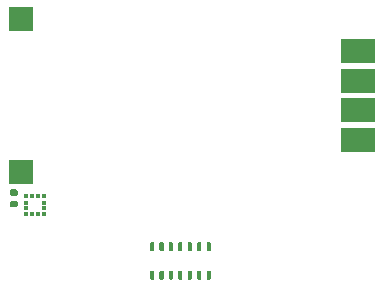
<source format=gbr>
%TF.GenerationSoftware,KiCad,Pcbnew,(6.0.0-rc1-dev-1546-g786ee0e)*%
%TF.CreationDate,2021-05-18T14:47:41-07:00*%
%TF.ProjectId,MainBoard,4d61696e-426f-4617-9264-2e6b69636164,rev?*%
%TF.SameCoordinates,Original*%
%TF.FileFunction,Paste,Bot*%
%TF.FilePolarity,Positive*%
%FSLAX46Y46*%
G04 Gerber Fmt 4.6, Leading zero omitted, Abs format (unit mm)*
G04 Created by KiCad (PCBNEW (6.0.0-rc1-dev-1546-g786ee0e)) date Tue 18 May 2021 02:47:41 PM PDT*
%MOMM*%
%LPD*%
G04 APERTURE LIST*
%ADD10R,0.375000X0.350000*%
%ADD11R,0.350000X0.375000*%
%ADD12C,0.100000*%
%ADD13C,0.560000*%
%ADD14C,0.350000*%
%ADD15R,3.000000X2.000000*%
%ADD16R,2.000000X2.000000*%
G04 APERTURE END LIST*
D10*
%TO.C,U3*%
X121962500Y-48050000D03*
X121962500Y-47550000D03*
X120437500Y-47550000D03*
X120437500Y-48050000D03*
D11*
X121950000Y-47037500D03*
X121950000Y-48562500D03*
X120450000Y-47037500D03*
X120450000Y-48562500D03*
X120950000Y-47037500D03*
X121450000Y-47037500D03*
X120950000Y-48562500D03*
X121450000Y-48562500D03*
%TD*%
D12*
%TO.C,C4*%
G36*
X119583722Y-47400674D02*
G01*
X119597313Y-47402690D01*
X119610640Y-47406028D01*
X119623576Y-47410657D01*
X119635996Y-47416531D01*
X119647780Y-47423594D01*
X119658815Y-47431779D01*
X119668995Y-47441005D01*
X119678221Y-47451185D01*
X119686406Y-47462220D01*
X119693469Y-47474004D01*
X119699343Y-47486424D01*
X119703972Y-47499360D01*
X119707310Y-47512687D01*
X119709326Y-47526278D01*
X119710000Y-47540000D01*
X119710000Y-47820000D01*
X119709326Y-47833722D01*
X119707310Y-47847313D01*
X119703972Y-47860640D01*
X119699343Y-47873576D01*
X119693469Y-47885996D01*
X119686406Y-47897780D01*
X119678221Y-47908815D01*
X119668995Y-47918995D01*
X119658815Y-47928221D01*
X119647780Y-47936406D01*
X119635996Y-47943469D01*
X119623576Y-47949343D01*
X119610640Y-47953972D01*
X119597313Y-47957310D01*
X119583722Y-47959326D01*
X119570000Y-47960000D01*
X119230000Y-47960000D01*
X119216278Y-47959326D01*
X119202687Y-47957310D01*
X119189360Y-47953972D01*
X119176424Y-47949343D01*
X119164004Y-47943469D01*
X119152220Y-47936406D01*
X119141185Y-47928221D01*
X119131005Y-47918995D01*
X119121779Y-47908815D01*
X119113594Y-47897780D01*
X119106531Y-47885996D01*
X119100657Y-47873576D01*
X119096028Y-47860640D01*
X119092690Y-47847313D01*
X119090674Y-47833722D01*
X119090000Y-47820000D01*
X119090000Y-47540000D01*
X119090674Y-47526278D01*
X119092690Y-47512687D01*
X119096028Y-47499360D01*
X119100657Y-47486424D01*
X119106531Y-47474004D01*
X119113594Y-47462220D01*
X119121779Y-47451185D01*
X119131005Y-47441005D01*
X119141185Y-47431779D01*
X119152220Y-47423594D01*
X119164004Y-47416531D01*
X119176424Y-47410657D01*
X119189360Y-47406028D01*
X119202687Y-47402690D01*
X119216278Y-47400674D01*
X119230000Y-47400000D01*
X119570000Y-47400000D01*
X119583722Y-47400674D01*
X119583722Y-47400674D01*
G37*
D13*
X119400000Y-47680000D03*
D12*
G36*
X119583722Y-46440674D02*
G01*
X119597313Y-46442690D01*
X119610640Y-46446028D01*
X119623576Y-46450657D01*
X119635996Y-46456531D01*
X119647780Y-46463594D01*
X119658815Y-46471779D01*
X119668995Y-46481005D01*
X119678221Y-46491185D01*
X119686406Y-46502220D01*
X119693469Y-46514004D01*
X119699343Y-46526424D01*
X119703972Y-46539360D01*
X119707310Y-46552687D01*
X119709326Y-46566278D01*
X119710000Y-46580000D01*
X119710000Y-46860000D01*
X119709326Y-46873722D01*
X119707310Y-46887313D01*
X119703972Y-46900640D01*
X119699343Y-46913576D01*
X119693469Y-46925996D01*
X119686406Y-46937780D01*
X119678221Y-46948815D01*
X119668995Y-46958995D01*
X119658815Y-46968221D01*
X119647780Y-46976406D01*
X119635996Y-46983469D01*
X119623576Y-46989343D01*
X119610640Y-46993972D01*
X119597313Y-46997310D01*
X119583722Y-46999326D01*
X119570000Y-47000000D01*
X119230000Y-47000000D01*
X119216278Y-46999326D01*
X119202687Y-46997310D01*
X119189360Y-46993972D01*
X119176424Y-46989343D01*
X119164004Y-46983469D01*
X119152220Y-46976406D01*
X119141185Y-46968221D01*
X119131005Y-46958995D01*
X119121779Y-46948815D01*
X119113594Y-46937780D01*
X119106531Y-46925996D01*
X119100657Y-46913576D01*
X119096028Y-46900640D01*
X119092690Y-46887313D01*
X119090674Y-46873722D01*
X119090000Y-46860000D01*
X119090000Y-46580000D01*
X119090674Y-46566278D01*
X119092690Y-46552687D01*
X119096028Y-46539360D01*
X119100657Y-46526424D01*
X119106531Y-46514004D01*
X119113594Y-46502220D01*
X119121779Y-46491185D01*
X119131005Y-46481005D01*
X119141185Y-46471779D01*
X119152220Y-46463594D01*
X119164004Y-46456531D01*
X119176424Y-46450657D01*
X119189360Y-46446028D01*
X119202687Y-46442690D01*
X119216278Y-46440674D01*
X119230000Y-46440000D01*
X119570000Y-46440000D01*
X119583722Y-46440674D01*
X119583722Y-46440674D01*
G37*
D13*
X119400000Y-46720000D03*
%TD*%
D12*
%TO.C,IC1*%
G36*
X135996076Y-50925421D02*
G01*
X136004570Y-50926681D01*
X136012900Y-50928768D01*
X136020985Y-50931661D01*
X136028747Y-50935332D01*
X136036112Y-50939746D01*
X136043009Y-50944862D01*
X136049372Y-50950628D01*
X136055138Y-50956991D01*
X136060254Y-50963888D01*
X136064668Y-50971253D01*
X136068339Y-50979015D01*
X136071232Y-50987100D01*
X136073319Y-50995430D01*
X136074579Y-51003924D01*
X136075000Y-51012500D01*
X136075000Y-51587500D01*
X136074579Y-51596076D01*
X136073319Y-51604570D01*
X136071232Y-51612900D01*
X136068339Y-51620985D01*
X136064668Y-51628747D01*
X136060254Y-51636112D01*
X136055138Y-51643009D01*
X136049372Y-51649372D01*
X136043009Y-51655138D01*
X136036112Y-51660254D01*
X136028747Y-51664668D01*
X136020985Y-51668339D01*
X136012900Y-51671232D01*
X136004570Y-51673319D01*
X135996076Y-51674579D01*
X135987500Y-51675000D01*
X135812500Y-51675000D01*
X135803924Y-51674579D01*
X135795430Y-51673319D01*
X135787100Y-51671232D01*
X135779015Y-51668339D01*
X135771253Y-51664668D01*
X135763888Y-51660254D01*
X135756991Y-51655138D01*
X135750628Y-51649372D01*
X135744862Y-51643009D01*
X135739746Y-51636112D01*
X135735332Y-51628747D01*
X135731661Y-51620985D01*
X135728768Y-51612900D01*
X135726681Y-51604570D01*
X135725421Y-51596076D01*
X135725000Y-51587500D01*
X135725000Y-51012500D01*
X135725421Y-51003924D01*
X135726681Y-50995430D01*
X135728768Y-50987100D01*
X135731661Y-50979015D01*
X135735332Y-50971253D01*
X135739746Y-50963888D01*
X135744862Y-50956991D01*
X135750628Y-50950628D01*
X135756991Y-50944862D01*
X135763888Y-50939746D01*
X135771253Y-50935332D01*
X135779015Y-50931661D01*
X135787100Y-50928768D01*
X135795430Y-50926681D01*
X135803924Y-50925421D01*
X135812500Y-50925000D01*
X135987500Y-50925000D01*
X135996076Y-50925421D01*
X135996076Y-50925421D01*
G37*
D14*
X135900000Y-51300000D03*
D12*
G36*
X135196076Y-50925421D02*
G01*
X135204570Y-50926681D01*
X135212900Y-50928768D01*
X135220985Y-50931661D01*
X135228747Y-50935332D01*
X135236112Y-50939746D01*
X135243009Y-50944862D01*
X135249372Y-50950628D01*
X135255138Y-50956991D01*
X135260254Y-50963888D01*
X135264668Y-50971253D01*
X135268339Y-50979015D01*
X135271232Y-50987100D01*
X135273319Y-50995430D01*
X135274579Y-51003924D01*
X135275000Y-51012500D01*
X135275000Y-51587500D01*
X135274579Y-51596076D01*
X135273319Y-51604570D01*
X135271232Y-51612900D01*
X135268339Y-51620985D01*
X135264668Y-51628747D01*
X135260254Y-51636112D01*
X135255138Y-51643009D01*
X135249372Y-51649372D01*
X135243009Y-51655138D01*
X135236112Y-51660254D01*
X135228747Y-51664668D01*
X135220985Y-51668339D01*
X135212900Y-51671232D01*
X135204570Y-51673319D01*
X135196076Y-51674579D01*
X135187500Y-51675000D01*
X135012500Y-51675000D01*
X135003924Y-51674579D01*
X134995430Y-51673319D01*
X134987100Y-51671232D01*
X134979015Y-51668339D01*
X134971253Y-51664668D01*
X134963888Y-51660254D01*
X134956991Y-51655138D01*
X134950628Y-51649372D01*
X134944862Y-51643009D01*
X134939746Y-51636112D01*
X134935332Y-51628747D01*
X134931661Y-51620985D01*
X134928768Y-51612900D01*
X134926681Y-51604570D01*
X134925421Y-51596076D01*
X134925000Y-51587500D01*
X134925000Y-51012500D01*
X134925421Y-51003924D01*
X134926681Y-50995430D01*
X134928768Y-50987100D01*
X134931661Y-50979015D01*
X134935332Y-50971253D01*
X134939746Y-50963888D01*
X134944862Y-50956991D01*
X134950628Y-50950628D01*
X134956991Y-50944862D01*
X134963888Y-50939746D01*
X134971253Y-50935332D01*
X134979015Y-50931661D01*
X134987100Y-50928768D01*
X134995430Y-50926681D01*
X135003924Y-50925421D01*
X135012500Y-50925000D01*
X135187500Y-50925000D01*
X135196076Y-50925421D01*
X135196076Y-50925421D01*
G37*
D14*
X135100000Y-51300000D03*
D12*
G36*
X134396076Y-50925421D02*
G01*
X134404570Y-50926681D01*
X134412900Y-50928768D01*
X134420985Y-50931661D01*
X134428747Y-50935332D01*
X134436112Y-50939746D01*
X134443009Y-50944862D01*
X134449372Y-50950628D01*
X134455138Y-50956991D01*
X134460254Y-50963888D01*
X134464668Y-50971253D01*
X134468339Y-50979015D01*
X134471232Y-50987100D01*
X134473319Y-50995430D01*
X134474579Y-51003924D01*
X134475000Y-51012500D01*
X134475000Y-51587500D01*
X134474579Y-51596076D01*
X134473319Y-51604570D01*
X134471232Y-51612900D01*
X134468339Y-51620985D01*
X134464668Y-51628747D01*
X134460254Y-51636112D01*
X134455138Y-51643009D01*
X134449372Y-51649372D01*
X134443009Y-51655138D01*
X134436112Y-51660254D01*
X134428747Y-51664668D01*
X134420985Y-51668339D01*
X134412900Y-51671232D01*
X134404570Y-51673319D01*
X134396076Y-51674579D01*
X134387500Y-51675000D01*
X134212500Y-51675000D01*
X134203924Y-51674579D01*
X134195430Y-51673319D01*
X134187100Y-51671232D01*
X134179015Y-51668339D01*
X134171253Y-51664668D01*
X134163888Y-51660254D01*
X134156991Y-51655138D01*
X134150628Y-51649372D01*
X134144862Y-51643009D01*
X134139746Y-51636112D01*
X134135332Y-51628747D01*
X134131661Y-51620985D01*
X134128768Y-51612900D01*
X134126681Y-51604570D01*
X134125421Y-51596076D01*
X134125000Y-51587500D01*
X134125000Y-51012500D01*
X134125421Y-51003924D01*
X134126681Y-50995430D01*
X134128768Y-50987100D01*
X134131661Y-50979015D01*
X134135332Y-50971253D01*
X134139746Y-50963888D01*
X134144862Y-50956991D01*
X134150628Y-50950628D01*
X134156991Y-50944862D01*
X134163888Y-50939746D01*
X134171253Y-50935332D01*
X134179015Y-50931661D01*
X134187100Y-50928768D01*
X134195430Y-50926681D01*
X134203924Y-50925421D01*
X134212500Y-50925000D01*
X134387500Y-50925000D01*
X134396076Y-50925421D01*
X134396076Y-50925421D01*
G37*
D14*
X134300000Y-51300000D03*
D12*
G36*
X133596076Y-50925421D02*
G01*
X133604570Y-50926681D01*
X133612900Y-50928768D01*
X133620985Y-50931661D01*
X133628747Y-50935332D01*
X133636112Y-50939746D01*
X133643009Y-50944862D01*
X133649372Y-50950628D01*
X133655138Y-50956991D01*
X133660254Y-50963888D01*
X133664668Y-50971253D01*
X133668339Y-50979015D01*
X133671232Y-50987100D01*
X133673319Y-50995430D01*
X133674579Y-51003924D01*
X133675000Y-51012500D01*
X133675000Y-51587500D01*
X133674579Y-51596076D01*
X133673319Y-51604570D01*
X133671232Y-51612900D01*
X133668339Y-51620985D01*
X133664668Y-51628747D01*
X133660254Y-51636112D01*
X133655138Y-51643009D01*
X133649372Y-51649372D01*
X133643009Y-51655138D01*
X133636112Y-51660254D01*
X133628747Y-51664668D01*
X133620985Y-51668339D01*
X133612900Y-51671232D01*
X133604570Y-51673319D01*
X133596076Y-51674579D01*
X133587500Y-51675000D01*
X133412500Y-51675000D01*
X133403924Y-51674579D01*
X133395430Y-51673319D01*
X133387100Y-51671232D01*
X133379015Y-51668339D01*
X133371253Y-51664668D01*
X133363888Y-51660254D01*
X133356991Y-51655138D01*
X133350628Y-51649372D01*
X133344862Y-51643009D01*
X133339746Y-51636112D01*
X133335332Y-51628747D01*
X133331661Y-51620985D01*
X133328768Y-51612900D01*
X133326681Y-51604570D01*
X133325421Y-51596076D01*
X133325000Y-51587500D01*
X133325000Y-51012500D01*
X133325421Y-51003924D01*
X133326681Y-50995430D01*
X133328768Y-50987100D01*
X133331661Y-50979015D01*
X133335332Y-50971253D01*
X133339746Y-50963888D01*
X133344862Y-50956991D01*
X133350628Y-50950628D01*
X133356991Y-50944862D01*
X133363888Y-50939746D01*
X133371253Y-50935332D01*
X133379015Y-50931661D01*
X133387100Y-50928768D01*
X133395430Y-50926681D01*
X133403924Y-50925421D01*
X133412500Y-50925000D01*
X133587500Y-50925000D01*
X133596076Y-50925421D01*
X133596076Y-50925421D01*
G37*
D14*
X133500000Y-51300000D03*
D12*
G36*
X132796076Y-50925421D02*
G01*
X132804570Y-50926681D01*
X132812900Y-50928768D01*
X132820985Y-50931661D01*
X132828747Y-50935332D01*
X132836112Y-50939746D01*
X132843009Y-50944862D01*
X132849372Y-50950628D01*
X132855138Y-50956991D01*
X132860254Y-50963888D01*
X132864668Y-50971253D01*
X132868339Y-50979015D01*
X132871232Y-50987100D01*
X132873319Y-50995430D01*
X132874579Y-51003924D01*
X132875000Y-51012500D01*
X132875000Y-51587500D01*
X132874579Y-51596076D01*
X132873319Y-51604570D01*
X132871232Y-51612900D01*
X132868339Y-51620985D01*
X132864668Y-51628747D01*
X132860254Y-51636112D01*
X132855138Y-51643009D01*
X132849372Y-51649372D01*
X132843009Y-51655138D01*
X132836112Y-51660254D01*
X132828747Y-51664668D01*
X132820985Y-51668339D01*
X132812900Y-51671232D01*
X132804570Y-51673319D01*
X132796076Y-51674579D01*
X132787500Y-51675000D01*
X132612500Y-51675000D01*
X132603924Y-51674579D01*
X132595430Y-51673319D01*
X132587100Y-51671232D01*
X132579015Y-51668339D01*
X132571253Y-51664668D01*
X132563888Y-51660254D01*
X132556991Y-51655138D01*
X132550628Y-51649372D01*
X132544862Y-51643009D01*
X132539746Y-51636112D01*
X132535332Y-51628747D01*
X132531661Y-51620985D01*
X132528768Y-51612900D01*
X132526681Y-51604570D01*
X132525421Y-51596076D01*
X132525000Y-51587500D01*
X132525000Y-51012500D01*
X132525421Y-51003924D01*
X132526681Y-50995430D01*
X132528768Y-50987100D01*
X132531661Y-50979015D01*
X132535332Y-50971253D01*
X132539746Y-50963888D01*
X132544862Y-50956991D01*
X132550628Y-50950628D01*
X132556991Y-50944862D01*
X132563888Y-50939746D01*
X132571253Y-50935332D01*
X132579015Y-50931661D01*
X132587100Y-50928768D01*
X132595430Y-50926681D01*
X132603924Y-50925421D01*
X132612500Y-50925000D01*
X132787500Y-50925000D01*
X132796076Y-50925421D01*
X132796076Y-50925421D01*
G37*
D14*
X132700000Y-51300000D03*
D12*
G36*
X131996076Y-50925421D02*
G01*
X132004570Y-50926681D01*
X132012900Y-50928768D01*
X132020985Y-50931661D01*
X132028747Y-50935332D01*
X132036112Y-50939746D01*
X132043009Y-50944862D01*
X132049372Y-50950628D01*
X132055138Y-50956991D01*
X132060254Y-50963888D01*
X132064668Y-50971253D01*
X132068339Y-50979015D01*
X132071232Y-50987100D01*
X132073319Y-50995430D01*
X132074579Y-51003924D01*
X132075000Y-51012500D01*
X132075000Y-51587500D01*
X132074579Y-51596076D01*
X132073319Y-51604570D01*
X132071232Y-51612900D01*
X132068339Y-51620985D01*
X132064668Y-51628747D01*
X132060254Y-51636112D01*
X132055138Y-51643009D01*
X132049372Y-51649372D01*
X132043009Y-51655138D01*
X132036112Y-51660254D01*
X132028747Y-51664668D01*
X132020985Y-51668339D01*
X132012900Y-51671232D01*
X132004570Y-51673319D01*
X131996076Y-51674579D01*
X131987500Y-51675000D01*
X131812500Y-51675000D01*
X131803924Y-51674579D01*
X131795430Y-51673319D01*
X131787100Y-51671232D01*
X131779015Y-51668339D01*
X131771253Y-51664668D01*
X131763888Y-51660254D01*
X131756991Y-51655138D01*
X131750628Y-51649372D01*
X131744862Y-51643009D01*
X131739746Y-51636112D01*
X131735332Y-51628747D01*
X131731661Y-51620985D01*
X131728768Y-51612900D01*
X131726681Y-51604570D01*
X131725421Y-51596076D01*
X131725000Y-51587500D01*
X131725000Y-51012500D01*
X131725421Y-51003924D01*
X131726681Y-50995430D01*
X131728768Y-50987100D01*
X131731661Y-50979015D01*
X131735332Y-50971253D01*
X131739746Y-50963888D01*
X131744862Y-50956991D01*
X131750628Y-50950628D01*
X131756991Y-50944862D01*
X131763888Y-50939746D01*
X131771253Y-50935332D01*
X131779015Y-50931661D01*
X131787100Y-50928768D01*
X131795430Y-50926681D01*
X131803924Y-50925421D01*
X131812500Y-50925000D01*
X131987500Y-50925000D01*
X131996076Y-50925421D01*
X131996076Y-50925421D01*
G37*
D14*
X131900000Y-51300000D03*
D12*
G36*
X131196076Y-50925421D02*
G01*
X131204570Y-50926681D01*
X131212900Y-50928768D01*
X131220985Y-50931661D01*
X131228747Y-50935332D01*
X131236112Y-50939746D01*
X131243009Y-50944862D01*
X131249372Y-50950628D01*
X131255138Y-50956991D01*
X131260254Y-50963888D01*
X131264668Y-50971253D01*
X131268339Y-50979015D01*
X131271232Y-50987100D01*
X131273319Y-50995430D01*
X131274579Y-51003924D01*
X131275000Y-51012500D01*
X131275000Y-51587500D01*
X131274579Y-51596076D01*
X131273319Y-51604570D01*
X131271232Y-51612900D01*
X131268339Y-51620985D01*
X131264668Y-51628747D01*
X131260254Y-51636112D01*
X131255138Y-51643009D01*
X131249372Y-51649372D01*
X131243009Y-51655138D01*
X131236112Y-51660254D01*
X131228747Y-51664668D01*
X131220985Y-51668339D01*
X131212900Y-51671232D01*
X131204570Y-51673319D01*
X131196076Y-51674579D01*
X131187500Y-51675000D01*
X131012500Y-51675000D01*
X131003924Y-51674579D01*
X130995430Y-51673319D01*
X130987100Y-51671232D01*
X130979015Y-51668339D01*
X130971253Y-51664668D01*
X130963888Y-51660254D01*
X130956991Y-51655138D01*
X130950628Y-51649372D01*
X130944862Y-51643009D01*
X130939746Y-51636112D01*
X130935332Y-51628747D01*
X130931661Y-51620985D01*
X130928768Y-51612900D01*
X130926681Y-51604570D01*
X130925421Y-51596076D01*
X130925000Y-51587500D01*
X130925000Y-51012500D01*
X130925421Y-51003924D01*
X130926681Y-50995430D01*
X130928768Y-50987100D01*
X130931661Y-50979015D01*
X130935332Y-50971253D01*
X130939746Y-50963888D01*
X130944862Y-50956991D01*
X130950628Y-50950628D01*
X130956991Y-50944862D01*
X130963888Y-50939746D01*
X130971253Y-50935332D01*
X130979015Y-50931661D01*
X130987100Y-50928768D01*
X130995430Y-50926681D01*
X131003924Y-50925421D01*
X131012500Y-50925000D01*
X131187500Y-50925000D01*
X131196076Y-50925421D01*
X131196076Y-50925421D01*
G37*
D14*
X131100000Y-51300000D03*
D12*
G36*
X131196076Y-53325421D02*
G01*
X131204570Y-53326681D01*
X131212900Y-53328768D01*
X131220985Y-53331661D01*
X131228747Y-53335332D01*
X131236112Y-53339746D01*
X131243009Y-53344862D01*
X131249372Y-53350628D01*
X131255138Y-53356991D01*
X131260254Y-53363888D01*
X131264668Y-53371253D01*
X131268339Y-53379015D01*
X131271232Y-53387100D01*
X131273319Y-53395430D01*
X131274579Y-53403924D01*
X131275000Y-53412500D01*
X131275000Y-53987500D01*
X131274579Y-53996076D01*
X131273319Y-54004570D01*
X131271232Y-54012900D01*
X131268339Y-54020985D01*
X131264668Y-54028747D01*
X131260254Y-54036112D01*
X131255138Y-54043009D01*
X131249372Y-54049372D01*
X131243009Y-54055138D01*
X131236112Y-54060254D01*
X131228747Y-54064668D01*
X131220985Y-54068339D01*
X131212900Y-54071232D01*
X131204570Y-54073319D01*
X131196076Y-54074579D01*
X131187500Y-54075000D01*
X131012500Y-54075000D01*
X131003924Y-54074579D01*
X130995430Y-54073319D01*
X130987100Y-54071232D01*
X130979015Y-54068339D01*
X130971253Y-54064668D01*
X130963888Y-54060254D01*
X130956991Y-54055138D01*
X130950628Y-54049372D01*
X130944862Y-54043009D01*
X130939746Y-54036112D01*
X130935332Y-54028747D01*
X130931661Y-54020985D01*
X130928768Y-54012900D01*
X130926681Y-54004570D01*
X130925421Y-53996076D01*
X130925000Y-53987500D01*
X130925000Y-53412500D01*
X130925421Y-53403924D01*
X130926681Y-53395430D01*
X130928768Y-53387100D01*
X130931661Y-53379015D01*
X130935332Y-53371253D01*
X130939746Y-53363888D01*
X130944862Y-53356991D01*
X130950628Y-53350628D01*
X130956991Y-53344862D01*
X130963888Y-53339746D01*
X130971253Y-53335332D01*
X130979015Y-53331661D01*
X130987100Y-53328768D01*
X130995430Y-53326681D01*
X131003924Y-53325421D01*
X131012500Y-53325000D01*
X131187500Y-53325000D01*
X131196076Y-53325421D01*
X131196076Y-53325421D01*
G37*
D14*
X131100000Y-53700000D03*
D12*
G36*
X131996076Y-53325421D02*
G01*
X132004570Y-53326681D01*
X132012900Y-53328768D01*
X132020985Y-53331661D01*
X132028747Y-53335332D01*
X132036112Y-53339746D01*
X132043009Y-53344862D01*
X132049372Y-53350628D01*
X132055138Y-53356991D01*
X132060254Y-53363888D01*
X132064668Y-53371253D01*
X132068339Y-53379015D01*
X132071232Y-53387100D01*
X132073319Y-53395430D01*
X132074579Y-53403924D01*
X132075000Y-53412500D01*
X132075000Y-53987500D01*
X132074579Y-53996076D01*
X132073319Y-54004570D01*
X132071232Y-54012900D01*
X132068339Y-54020985D01*
X132064668Y-54028747D01*
X132060254Y-54036112D01*
X132055138Y-54043009D01*
X132049372Y-54049372D01*
X132043009Y-54055138D01*
X132036112Y-54060254D01*
X132028747Y-54064668D01*
X132020985Y-54068339D01*
X132012900Y-54071232D01*
X132004570Y-54073319D01*
X131996076Y-54074579D01*
X131987500Y-54075000D01*
X131812500Y-54075000D01*
X131803924Y-54074579D01*
X131795430Y-54073319D01*
X131787100Y-54071232D01*
X131779015Y-54068339D01*
X131771253Y-54064668D01*
X131763888Y-54060254D01*
X131756991Y-54055138D01*
X131750628Y-54049372D01*
X131744862Y-54043009D01*
X131739746Y-54036112D01*
X131735332Y-54028747D01*
X131731661Y-54020985D01*
X131728768Y-54012900D01*
X131726681Y-54004570D01*
X131725421Y-53996076D01*
X131725000Y-53987500D01*
X131725000Y-53412500D01*
X131725421Y-53403924D01*
X131726681Y-53395430D01*
X131728768Y-53387100D01*
X131731661Y-53379015D01*
X131735332Y-53371253D01*
X131739746Y-53363888D01*
X131744862Y-53356991D01*
X131750628Y-53350628D01*
X131756991Y-53344862D01*
X131763888Y-53339746D01*
X131771253Y-53335332D01*
X131779015Y-53331661D01*
X131787100Y-53328768D01*
X131795430Y-53326681D01*
X131803924Y-53325421D01*
X131812500Y-53325000D01*
X131987500Y-53325000D01*
X131996076Y-53325421D01*
X131996076Y-53325421D01*
G37*
D14*
X131900000Y-53700000D03*
D12*
G36*
X132796076Y-53325421D02*
G01*
X132804570Y-53326681D01*
X132812900Y-53328768D01*
X132820985Y-53331661D01*
X132828747Y-53335332D01*
X132836112Y-53339746D01*
X132843009Y-53344862D01*
X132849372Y-53350628D01*
X132855138Y-53356991D01*
X132860254Y-53363888D01*
X132864668Y-53371253D01*
X132868339Y-53379015D01*
X132871232Y-53387100D01*
X132873319Y-53395430D01*
X132874579Y-53403924D01*
X132875000Y-53412500D01*
X132875000Y-53987500D01*
X132874579Y-53996076D01*
X132873319Y-54004570D01*
X132871232Y-54012900D01*
X132868339Y-54020985D01*
X132864668Y-54028747D01*
X132860254Y-54036112D01*
X132855138Y-54043009D01*
X132849372Y-54049372D01*
X132843009Y-54055138D01*
X132836112Y-54060254D01*
X132828747Y-54064668D01*
X132820985Y-54068339D01*
X132812900Y-54071232D01*
X132804570Y-54073319D01*
X132796076Y-54074579D01*
X132787500Y-54075000D01*
X132612500Y-54075000D01*
X132603924Y-54074579D01*
X132595430Y-54073319D01*
X132587100Y-54071232D01*
X132579015Y-54068339D01*
X132571253Y-54064668D01*
X132563888Y-54060254D01*
X132556991Y-54055138D01*
X132550628Y-54049372D01*
X132544862Y-54043009D01*
X132539746Y-54036112D01*
X132535332Y-54028747D01*
X132531661Y-54020985D01*
X132528768Y-54012900D01*
X132526681Y-54004570D01*
X132525421Y-53996076D01*
X132525000Y-53987500D01*
X132525000Y-53412500D01*
X132525421Y-53403924D01*
X132526681Y-53395430D01*
X132528768Y-53387100D01*
X132531661Y-53379015D01*
X132535332Y-53371253D01*
X132539746Y-53363888D01*
X132544862Y-53356991D01*
X132550628Y-53350628D01*
X132556991Y-53344862D01*
X132563888Y-53339746D01*
X132571253Y-53335332D01*
X132579015Y-53331661D01*
X132587100Y-53328768D01*
X132595430Y-53326681D01*
X132603924Y-53325421D01*
X132612500Y-53325000D01*
X132787500Y-53325000D01*
X132796076Y-53325421D01*
X132796076Y-53325421D01*
G37*
D14*
X132700000Y-53700000D03*
D12*
G36*
X133596076Y-53325421D02*
G01*
X133604570Y-53326681D01*
X133612900Y-53328768D01*
X133620985Y-53331661D01*
X133628747Y-53335332D01*
X133636112Y-53339746D01*
X133643009Y-53344862D01*
X133649372Y-53350628D01*
X133655138Y-53356991D01*
X133660254Y-53363888D01*
X133664668Y-53371253D01*
X133668339Y-53379015D01*
X133671232Y-53387100D01*
X133673319Y-53395430D01*
X133674579Y-53403924D01*
X133675000Y-53412500D01*
X133675000Y-53987500D01*
X133674579Y-53996076D01*
X133673319Y-54004570D01*
X133671232Y-54012900D01*
X133668339Y-54020985D01*
X133664668Y-54028747D01*
X133660254Y-54036112D01*
X133655138Y-54043009D01*
X133649372Y-54049372D01*
X133643009Y-54055138D01*
X133636112Y-54060254D01*
X133628747Y-54064668D01*
X133620985Y-54068339D01*
X133612900Y-54071232D01*
X133604570Y-54073319D01*
X133596076Y-54074579D01*
X133587500Y-54075000D01*
X133412500Y-54075000D01*
X133403924Y-54074579D01*
X133395430Y-54073319D01*
X133387100Y-54071232D01*
X133379015Y-54068339D01*
X133371253Y-54064668D01*
X133363888Y-54060254D01*
X133356991Y-54055138D01*
X133350628Y-54049372D01*
X133344862Y-54043009D01*
X133339746Y-54036112D01*
X133335332Y-54028747D01*
X133331661Y-54020985D01*
X133328768Y-54012900D01*
X133326681Y-54004570D01*
X133325421Y-53996076D01*
X133325000Y-53987500D01*
X133325000Y-53412500D01*
X133325421Y-53403924D01*
X133326681Y-53395430D01*
X133328768Y-53387100D01*
X133331661Y-53379015D01*
X133335332Y-53371253D01*
X133339746Y-53363888D01*
X133344862Y-53356991D01*
X133350628Y-53350628D01*
X133356991Y-53344862D01*
X133363888Y-53339746D01*
X133371253Y-53335332D01*
X133379015Y-53331661D01*
X133387100Y-53328768D01*
X133395430Y-53326681D01*
X133403924Y-53325421D01*
X133412500Y-53325000D01*
X133587500Y-53325000D01*
X133596076Y-53325421D01*
X133596076Y-53325421D01*
G37*
D14*
X133500000Y-53700000D03*
D12*
G36*
X134396076Y-53325421D02*
G01*
X134404570Y-53326681D01*
X134412900Y-53328768D01*
X134420985Y-53331661D01*
X134428747Y-53335332D01*
X134436112Y-53339746D01*
X134443009Y-53344862D01*
X134449372Y-53350628D01*
X134455138Y-53356991D01*
X134460254Y-53363888D01*
X134464668Y-53371253D01*
X134468339Y-53379015D01*
X134471232Y-53387100D01*
X134473319Y-53395430D01*
X134474579Y-53403924D01*
X134475000Y-53412500D01*
X134475000Y-53987500D01*
X134474579Y-53996076D01*
X134473319Y-54004570D01*
X134471232Y-54012900D01*
X134468339Y-54020985D01*
X134464668Y-54028747D01*
X134460254Y-54036112D01*
X134455138Y-54043009D01*
X134449372Y-54049372D01*
X134443009Y-54055138D01*
X134436112Y-54060254D01*
X134428747Y-54064668D01*
X134420985Y-54068339D01*
X134412900Y-54071232D01*
X134404570Y-54073319D01*
X134396076Y-54074579D01*
X134387500Y-54075000D01*
X134212500Y-54075000D01*
X134203924Y-54074579D01*
X134195430Y-54073319D01*
X134187100Y-54071232D01*
X134179015Y-54068339D01*
X134171253Y-54064668D01*
X134163888Y-54060254D01*
X134156991Y-54055138D01*
X134150628Y-54049372D01*
X134144862Y-54043009D01*
X134139746Y-54036112D01*
X134135332Y-54028747D01*
X134131661Y-54020985D01*
X134128768Y-54012900D01*
X134126681Y-54004570D01*
X134125421Y-53996076D01*
X134125000Y-53987500D01*
X134125000Y-53412500D01*
X134125421Y-53403924D01*
X134126681Y-53395430D01*
X134128768Y-53387100D01*
X134131661Y-53379015D01*
X134135332Y-53371253D01*
X134139746Y-53363888D01*
X134144862Y-53356991D01*
X134150628Y-53350628D01*
X134156991Y-53344862D01*
X134163888Y-53339746D01*
X134171253Y-53335332D01*
X134179015Y-53331661D01*
X134187100Y-53328768D01*
X134195430Y-53326681D01*
X134203924Y-53325421D01*
X134212500Y-53325000D01*
X134387500Y-53325000D01*
X134396076Y-53325421D01*
X134396076Y-53325421D01*
G37*
D14*
X134300000Y-53700000D03*
D12*
G36*
X135196076Y-53325421D02*
G01*
X135204570Y-53326681D01*
X135212900Y-53328768D01*
X135220985Y-53331661D01*
X135228747Y-53335332D01*
X135236112Y-53339746D01*
X135243009Y-53344862D01*
X135249372Y-53350628D01*
X135255138Y-53356991D01*
X135260254Y-53363888D01*
X135264668Y-53371253D01*
X135268339Y-53379015D01*
X135271232Y-53387100D01*
X135273319Y-53395430D01*
X135274579Y-53403924D01*
X135275000Y-53412500D01*
X135275000Y-53987500D01*
X135274579Y-53996076D01*
X135273319Y-54004570D01*
X135271232Y-54012900D01*
X135268339Y-54020985D01*
X135264668Y-54028747D01*
X135260254Y-54036112D01*
X135255138Y-54043009D01*
X135249372Y-54049372D01*
X135243009Y-54055138D01*
X135236112Y-54060254D01*
X135228747Y-54064668D01*
X135220985Y-54068339D01*
X135212900Y-54071232D01*
X135204570Y-54073319D01*
X135196076Y-54074579D01*
X135187500Y-54075000D01*
X135012500Y-54075000D01*
X135003924Y-54074579D01*
X134995430Y-54073319D01*
X134987100Y-54071232D01*
X134979015Y-54068339D01*
X134971253Y-54064668D01*
X134963888Y-54060254D01*
X134956991Y-54055138D01*
X134950628Y-54049372D01*
X134944862Y-54043009D01*
X134939746Y-54036112D01*
X134935332Y-54028747D01*
X134931661Y-54020985D01*
X134928768Y-54012900D01*
X134926681Y-54004570D01*
X134925421Y-53996076D01*
X134925000Y-53987500D01*
X134925000Y-53412500D01*
X134925421Y-53403924D01*
X134926681Y-53395430D01*
X134928768Y-53387100D01*
X134931661Y-53379015D01*
X134935332Y-53371253D01*
X134939746Y-53363888D01*
X134944862Y-53356991D01*
X134950628Y-53350628D01*
X134956991Y-53344862D01*
X134963888Y-53339746D01*
X134971253Y-53335332D01*
X134979015Y-53331661D01*
X134987100Y-53328768D01*
X134995430Y-53326681D01*
X135003924Y-53325421D01*
X135012500Y-53325000D01*
X135187500Y-53325000D01*
X135196076Y-53325421D01*
X135196076Y-53325421D01*
G37*
D14*
X135100000Y-53700000D03*
D12*
G36*
X135996076Y-53325421D02*
G01*
X136004570Y-53326681D01*
X136012900Y-53328768D01*
X136020985Y-53331661D01*
X136028747Y-53335332D01*
X136036112Y-53339746D01*
X136043009Y-53344862D01*
X136049372Y-53350628D01*
X136055138Y-53356991D01*
X136060254Y-53363888D01*
X136064668Y-53371253D01*
X136068339Y-53379015D01*
X136071232Y-53387100D01*
X136073319Y-53395430D01*
X136074579Y-53403924D01*
X136075000Y-53412500D01*
X136075000Y-53987500D01*
X136074579Y-53996076D01*
X136073319Y-54004570D01*
X136071232Y-54012900D01*
X136068339Y-54020985D01*
X136064668Y-54028747D01*
X136060254Y-54036112D01*
X136055138Y-54043009D01*
X136049372Y-54049372D01*
X136043009Y-54055138D01*
X136036112Y-54060254D01*
X136028747Y-54064668D01*
X136020985Y-54068339D01*
X136012900Y-54071232D01*
X136004570Y-54073319D01*
X135996076Y-54074579D01*
X135987500Y-54075000D01*
X135812500Y-54075000D01*
X135803924Y-54074579D01*
X135795430Y-54073319D01*
X135787100Y-54071232D01*
X135779015Y-54068339D01*
X135771253Y-54064668D01*
X135763888Y-54060254D01*
X135756991Y-54055138D01*
X135750628Y-54049372D01*
X135744862Y-54043009D01*
X135739746Y-54036112D01*
X135735332Y-54028747D01*
X135731661Y-54020985D01*
X135728768Y-54012900D01*
X135726681Y-54004570D01*
X135725421Y-53996076D01*
X135725000Y-53987500D01*
X135725000Y-53412500D01*
X135725421Y-53403924D01*
X135726681Y-53395430D01*
X135728768Y-53387100D01*
X135731661Y-53379015D01*
X135735332Y-53371253D01*
X135739746Y-53363888D01*
X135744862Y-53356991D01*
X135750628Y-53350628D01*
X135756991Y-53344862D01*
X135763888Y-53339746D01*
X135771253Y-53335332D01*
X135779015Y-53331661D01*
X135787100Y-53328768D01*
X135795430Y-53326681D01*
X135803924Y-53325421D01*
X135812500Y-53325000D01*
X135987500Y-53325000D01*
X135996076Y-53325421D01*
X135996076Y-53325421D01*
G37*
D14*
X135900000Y-53700000D03*
%TD*%
D15*
%TO.C,J6*%
X148500000Y-34750000D03*
X148500000Y-37250000D03*
X148500000Y-39750000D03*
X148500000Y-42250000D03*
%TD*%
D16*
%TO.C,BZ1*%
X120000000Y-45000000D03*
X120000000Y-32000000D03*
%TD*%
M02*

</source>
